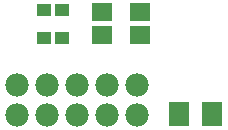
<source format=gts>
G75*
%MOIN*%
%OFA0B0*%
%FSLAX25Y25*%
%IPPOS*%
%LPD*%
%AMOC8*
5,1,8,0,0,1.08239X$1,22.5*
%
%ADD10R,0.07099X0.07887*%
%ADD11R,0.06706X0.05918*%
%ADD12C,0.07800*%
%ADD13R,0.05131X0.04343*%
D10*
X0087986Y0045502D03*
X0099010Y0045502D03*
D11*
X0074748Y0071762D03*
X0074748Y0079242D03*
X0062248Y0079242D03*
X0062248Y0071762D03*
D12*
X0033941Y0045000D03*
X0043941Y0045000D03*
X0053941Y0045000D03*
X0063941Y0045000D03*
X0073941Y0045000D03*
X0073941Y0055000D03*
X0063941Y0055000D03*
X0053941Y0055000D03*
X0043941Y0055000D03*
X0033941Y0055000D03*
D13*
X0043045Y0070778D03*
X0048951Y0070778D03*
X0048951Y0080226D03*
X0043045Y0080226D03*
M02*

</source>
